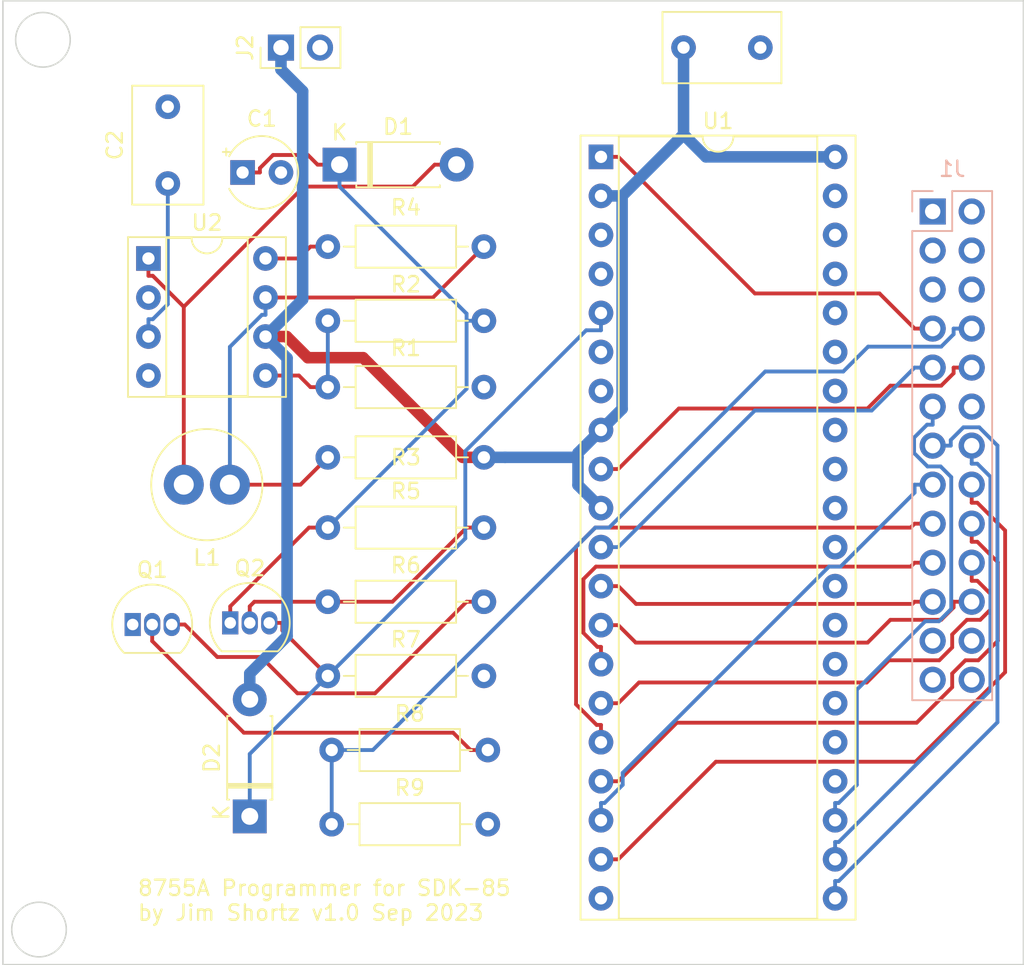
<source format=kicad_pcb>
(kicad_pcb (version 20221018) (generator pcbnew)
  (title_block (title "SDK-85 8755A EPROM Programmer") (date "2023-09-16") (company "Jim Shortz"))
  (layers (0 "F.Cu" signal) (31 "B.Cu" signal) (34 "B.Paste" user) (35 "F.Paste" user) (36 "B.SilkS" user "B.Silkscreen") (37 "F.SilkS" user "F.Silkscreen") (38 "B.Mask" user) (39 "F.Mask" user) (44 "Edge.Cuts" user))
  (net 0 "")
  (net 1 "/+25V")
  (net 2 "GND")
  (net 3 "Net-(U2-TC)")
  (net 4 "VCC")
  (net 5 "Net-(D1-A)")
  (net 6 "VDD")
  (net 13 "PROG")
  (net 14 "VDD_EN")
  (net 15 "ALE")
  (net 16 "~{RD}")
  (net 17 "A10")
  (net 19 "A8")
  (net 20 "A9")
  (net 21 "/AD6")
  (net 22 "/AD7")
  (net 23 "/AD4")
  (net 24 "/AD5")
  (net 25 "/AD2")
  (net 26 "/AD3")
  (net 27 "/AD0")
  (net 28 "/AD1")
  (net 31 "Net-(U2-Ipk)")
  (net 32 "Net-(Q1-B)")
  (net 33 "Net-(Q1-C)")
  (net 34 "Net-(Q2-G)")
  (net 35 "Net-(U2-Vfb)")
  (net 36 "Net-(U2-DC)")
  (footprint "Package_TO_SOT_THT:TO-92_Inline" (layer "F.Cu") (at 143.256 81.386)
    (fp_text reference "Q2" (at 1.27 -3.56) (layer "F.SilkS"))
    (fp_text value "BS250")
    (fp_line (start -0.53 1.85) (end 3.07 1.85) (stroke (width 0.12)) (layer "F.SilkS"))
    (fp_arc (start -0.568478 1.838478) (mid -1.132087 -0.994977) (end 1.27 -2.6) (stroke (width 0.12)) (layer "F.SilkS"))
    (fp_arc (start 1.27 -2.6) (mid 3.672087 -0.994977) (end 3.108478 1.838478) (stroke (width 0.12)) (layer "F.SilkS"))
    (pad "1" thru_hole rect (at 0 0) (size 1.05 1.5) (drill 0.75) (layers "*.Cu" "*.Mask") (net 1 "/+25V"))
    (pad "2" thru_hole oval (at 1.27 0) (size 1.05 1.5) (drill 0.75) (layers "*.Cu" "*.Mask") (net 34 "Net-(Q2-G)"))
    (pad "3" thru_hole oval (at 2.54 0) (size 1.05 1.5) (drill 0.75) (layers "*.Cu" "*.Mask") (net 6 "VDD"))
  )
  (footprint "Resistor_THT:R_Axial_DIN0207_L6.3mm_D2.5mm_P10.16mm_Horizontal" (layer "F.Cu") (at 149.606 61.722)
    (fp_text reference "R2" (at 5.08 -2.37) (layer "F.SilkS"))
    (fp_text value "82K")
    (fp_line (start 1.04 0) (end 1.81 0) (stroke (width 0.12)) (layer "F.SilkS"))
    (fp_line (start 1.81 -1.37) (end 1.81 1.37) (stroke (width 0.12)) (layer "F.SilkS"))
    (fp_line (start 1.81 1.37) (end 8.35 1.37) (stroke (width 0.12)) (layer "F.SilkS"))
    (fp_line (start 8.35 -1.37) (end 1.81 -1.37) (stroke (width 0.12)) (layer "F.SilkS"))
    (fp_line (start 8.35 1.37) (end 8.35 -1.37) (stroke (width 0.12)) (layer "F.SilkS"))
    (fp_line (start 9.12 0) (end 8.35 0) (stroke (width 0.12)) (layer "F.SilkS"))
    (pad "1" thru_hole circle (at 0 0) (size 1.6 1.6) (drill 0.8) (layers "*.Cu" "*.Mask") (net 35 "Net-(U2-Vfb)"))
    (pad "2" thru_hole oval (at 10.16 0) (size 1.6 1.6) (drill 0.8) (layers "*.Cu" "*.Mask") (net 1 "/+25V"))
  )
  (footprint "Resistor_THT:R_Axial_DIN0207_L6.3mm_D2.5mm_P10.16mm_Horizontal" (layer "F.Cu") (at 149.86 94.488)
    (fp_text reference "R9" (at 5.08 -2.37) (layer "F.SilkS"))
    (fp_text value "10K")
    (fp_line (start 1.04 0) (end 1.81 0) (stroke (width 0.12)) (layer "F.SilkS"))
    (fp_line (start 1.81 -1.37) (end 1.81 1.37) (stroke (width 0.12)) (layer "F.SilkS"))
    (fp_line (start 1.81 1.37) (end 8.35 1.37) (stroke (width 0.12)) (layer "F.SilkS"))
    (fp_line (start 8.35 -1.37) (end 1.81 -1.37) (stroke (width 0.12)) (layer "F.SilkS"))
    (fp_line (start 8.35 1.37) (end 8.35 -1.37) (stroke (width 0.12)) (layer "F.SilkS"))
    (fp_line (start 9.12 0) (end 8.35 0) (stroke (width 0.12)) (layer "F.SilkS"))
    (pad "1" thru_hole circle (at 0 0) (size 1.6 1.6) (drill 0.8) (layers "*.Cu" "*.Mask") (net 14 "VDD_EN"))
    (pad "2" thru_hole oval (at 10.16 0) (size 1.6 1.6) (drill 0.8) (layers "*.Cu" "*.Mask") (net 2 "GND"))
  )
  (footprint "Resistor_THT:R_Axial_DIN0207_L6.3mm_D2.5mm_P10.16mm_Horizontal" (layer "F.Cu") (at 149.606 84.836)
    (fp_text reference "R7" (at 5.08 -2.37) (layer "F.SilkS"))
    (fp_text value "6.8K")
    (fp_line (start 1.04 0) (end 1.81 0) (stroke (width 0.12)) (layer "F.SilkS"))
    (fp_line (start 1.81 -1.37) (end 1.81 1.37) (stroke (width 0.12)) (layer "F.SilkS"))
    (fp_line (start 1.81 1.37) (end 8.35 1.37) (stroke (width 0.12)) (layer "F.SilkS"))
    (fp_line (start 8.35 -1.37) (end 1.81 -1.37) (stroke (width 0.12)) (layer "F.SilkS"))
    (fp_line (start 8.35 1.37) (end 8.35 -1.37) (stroke (width 0.12)) (layer "F.SilkS"))
    (fp_line (start 9.12 0) (end 8.35 0) (stroke (width 0.12)) (layer "F.SilkS"))
    (pad "1" thru_hole circle (at 0 0) (size 1.6 1.6) (drill 0.8) (layers "*.Cu" "*.Mask") (net 6 "VDD"))
    (pad "2" thru_hole oval (at 10.16 0) (size 1.6 1.6) (drill 0.8) (layers "*.Cu" "*.Mask") (net 2 "GND"))
  )
  (footprint "Capacitor_THT:C_Disc_D7.5mm_W4.4mm_P5.00mm" (layer "F.Cu") (at 172.76 43.942)
    (fp_text reference "C3" hide)
    (fp_text value "0.1uF")
    (fp_line (start -1.37 -2.321) (end -1.37 2.321) (stroke (width 0.12)) (layer "F.SilkS"))
    (fp_line (start -1.37 -2.321) (end 6.37 -2.321) (stroke (width 0.12)) (layer "F.SilkS"))
    (fp_line (start -1.37 2.321) (end 6.37 2.321) (stroke (width 0.12)) (layer "F.SilkS"))
    (fp_line (start 6.37 -2.321) (end 6.37 2.321) (stroke (width 0.12)) (layer "F.SilkS"))
    (pad "1" thru_hole circle (at 0 0) (size 1.6 1.6) (drill 0.8) (layers "*.Cu" "*.Mask") (net 4 "VCC"))
    (pad "2" thru_hole circle (at 5 0) (size 1.6 1.6) (drill 0.8) (layers "*.Cu" "*.Mask") (net 2 "GND"))
  )
  (footprint "Resistor_THT:R_Axial_DIN0207_L6.3mm_D2.5mm_P10.16mm_Horizontal" (layer "F.Cu") (at 159.766 56.896 180)
    (fp_text reference "R4" (at 5.08 2.54) (layer "F.SilkS"))
    (fp_text value "180")
    (fp_line (start 1.04 0) (end 1.81 0) (stroke (width 0.12)) (layer "F.SilkS"))
    (fp_line (start 1.81 -1.37) (end 1.81 1.37) (stroke (width 0.12)) (layer "F.SilkS"))
    (fp_line (start 1.81 1.37) (end 8.35 1.37) (stroke (width 0.12)) (layer "F.SilkS"))
    (fp_line (start 8.35 -1.37) (end 1.81 -1.37) (stroke (width 0.12)) (layer "F.SilkS"))
    (fp_line (start 8.35 1.37) (end 8.35 -1.37) (stroke (width 0.12)) (layer "F.SilkS"))
    (fp_line (start 9.12 0) (end 8.35 0) (stroke (width 0.12)) (layer "F.SilkS"))
    (pad "1" thru_hole circle (at 0 0 180) (size 1.6 1.6) (drill 0.8) (layers "*.Cu" "*.Mask") (net 31 "Net-(U2-Ipk)"))
    (pad "2" thru_hole oval (at 10.16 0 180) (size 1.6 1.6) (drill 0.8) (layers "*.Cu" "*.Mask") (net 36 "Net-(U2-DC)"))
  )
  (footprint "Package_DIP:DIP-40_W15.24mm_Socket" (layer "F.Cu") (at 167.386 51.054)
    (fp_text reference "U1" (at 7.62 -2.33) (layer "F.SilkS"))
    (fp_text value "8755A")
    (fp_line (start -1.33 -1.39) (end -1.33 49.65) (stroke (width 0.12)) (layer "F.SilkS"))
    (fp_line (start -1.33 49.65) (end 16.57 49.65) (stroke (width 0.12)) (layer "F.SilkS"))
    (fp_line (start 1.16 -1.33) (end 1.16 49.59) (stroke (width 0.12)) (layer "F.SilkS"))
    (fp_line (start 1.16 49.59) (end 14.08 49.59) (stroke (width 0.12)) (layer "F.SilkS"))
    (fp_line (start 6.62 -1.33) (end 1.16 -1.33) (stroke (width 0.12)) (layer "F.SilkS"))
    (fp_line (start 14.08 -1.33) (end 8.62 -1.33) (stroke (width 0.12)) (layer "F.SilkS"))
    (fp_line (start 14.08 49.59) (end 14.08 -1.33) (stroke (width 0.12)) (layer "F.SilkS"))
    (fp_line (start 16.57 -1.39) (end -1.33 -1.39) (stroke (width 0.12)) (layer "F.SilkS"))
    (fp_line (start 16.57 49.65) (end 16.57 -1.39) (stroke (width 0.12)) (layer "F.SilkS"))
    (fp_arc (start 8.62 -1.33) (mid 7.62 -0.33) (end 6.62 -1.33) (stroke (width 0.12)) (layer "F.SilkS"))
    (pad "1" thru_hole rect (at 0 0) (size 1.6 1.6) (drill 0.8) (layers "*.Cu" "*.Mask") (net 13 "PROG"))
    (pad "2" thru_hole oval (at 0 2.54) (size 1.6 1.6) (drill 0.8) (layers "*.Cu" "*.Mask") (net 4 "VCC"))
    (pad "3" thru_hole oval (at 0 5.08) (size 1.6 1.6) (drill 0.8) (layers "*.Cu" "*.Mask") (net 2 "GND"))
    (pad "4" thru_hole oval (at 0 7.62) (size 1.6 1.6) (drill 0.8) (layers "*.Cu" "*.Mask") (net 2 "GND"))
    (pad "5" thru_hole oval (at 0 10.16) (size 1.6 1.6) (drill 0.8) (layers "*.Cu" "*.Mask") (net 6 "VDD"))
    (pad "6" thru_hole oval (at 0 12.7) (size 1.6 1.6) (drill 0.8) (layers "*.Cu" "*.Mask"))
    (pad "7" thru_hole oval (at 0 15.24) (size 1.6 1.6) (drill 0.8) (layers "*.Cu" "*.Mask") (net 2 "GND"))
    (pad "8" thru_hole oval (at 0 17.78) (size 1.6 1.6) (drill 0.8) (layers "*.Cu" "*.Mask") (net 4 "VCC"))
    (pad "9" thru_hole oval (at 0 20.32) (size 1.6 1.6) (drill 0.8) (layers "*.Cu" "*.Mask") (net 16 "~{RD}"))
    (pad "10" thru_hole oval (at 0 22.86) (size 1.6 1.6) (drill 0.8) (layers "*.Cu" "*.Mask") (net 4 "VCC"))
    (pad "11" thru_hole oval (at 0 25.4) (size 1.6 1.6) (drill 0.8) (layers "*.Cu" "*.Mask") (net 15 "ALE"))
    (pad "12" thru_hole oval (at 0 27.94) (size 1.6 1.6) (drill 0.8) (layers "*.Cu" "*.Mask") (net 27 "/AD0"))
    (pad "13" thru_hole oval (at 0 30.48) (size 1.6 1.6) (drill 0.8) (layers "*.Cu" "*.Mask") (net 28 "/AD1"))
    (pad "14" thru_hole oval (at 0 33.02) (size 1.6 1.6) (drill 0.8) (layers "*.Cu" "*.Mask") (net 25 "/AD2"))
    (pad "15" thru_hole oval (at 0 35.56) (size 1.6 1.6) (drill 0.8) (layers "*.Cu" "*.Mask") (net 26 "/AD3"))
    (pad "16" thru_hole oval (at 0 38.1) (size 1.6 1.6) (drill 0.8) (layers "*.Cu" "*.Mask") (net 23 "/AD4"))
    (pad "17" thru_hole oval (at 0 40.64) (size 1.6 1.6) (drill 0.8) (layers "*.Cu" "*.Mask") (net 24 "/AD5"))
    (pad "18" thru_hole oval (at 0 43.18) (size 1.6 1.6) (drill 0.8) (layers "*.Cu" "*.Mask") (net 21 "/AD6"))
    (pad "19" thru_hole oval (at 0 45.72) (size 1.6 1.6) (drill 0.8) (layers "*.Cu" "*.Mask") (net 22 "/AD7"))
    (pad "20" thru_hole oval (at 0 48.26) (size 1.6 1.6) (drill 0.8) (layers "*.Cu" "*.Mask") (net 2 "GND"))
    (pad "21" thru_hole oval (at 15.24 48.26) (size 1.6 1.6) (drill 0.8) (layers "*.Cu" "*.Mask") (net 19 "A8"))
    (pad "22" thru_hole oval (at 15.24 45.72) (size 1.6 1.6) (drill 0.8) (layers "*.Cu" "*.Mask") (net 20 "A9"))
    (pad "23" thru_hole oval (at 15.24 43.18) (size 1.6 1.6) (drill 0.8) (layers "*.Cu" "*.Mask") (net 17 "A10"))
    (pad "24" thru_hole oval (at 15.24 40.64) (size 1.6 1.6) (drill 0.8) (layers "*.Cu" "*.Mask"))
    (pad "25" thru_hole oval (at 15.24 38.1) (size 1.6 1.6) (drill 0.8) (layers "*.Cu" "*.Mask"))
    (pad "26" thru_hole oval (at 15.24 35.56) (size 1.6 1.6) (drill 0.8) (layers "*.Cu" "*.Mask"))
    (pad "27" thru_hole oval (at 15.24 33.02) (size 1.6 1.6) (drill 0.8) (layers "*.Cu" "*.Mask"))
    (pad "28" thru_hole oval (at 15.24 30.48) (size 1.6 1.6) (drill 0.8) (layers "*.Cu" "*.Mask"))
    (pad "29" thru_hole oval (at 15.24 27.94) (size 1.6 1.6) (drill 0.8) (layers "*.Cu" "*.Mask"))
    (pad "30" thru_hole oval (at 15.24 25.4) (size 1.6 1.6) (drill 0.8) (layers "*.Cu" "*.Mask"))
    (pad "31" thru_hole oval (at 15.24 22.86) (size 1.6 1.6) (drill 0.8) (layers "*.Cu" "*.Mask"))
    (pad "32" thru_hole oval (at 15.24 20.32) (size 1.6 1.6) (drill 0.8) (layers "*.Cu" "*.Mask"))
    (pad "33" thru_hole oval (at 15.24 17.78) (size 1.6 1.6) (drill 0.8) (layers "*.Cu" "*.Mask"))
    (pad "34" thru_hole oval (at 15.24 15.24) (size 1.6 1.6) (drill 0.8) (layers "*.Cu" "*.Mask"))
    (pad "35" thru_hole oval (at 15.24 12.7) (size 1.6 1.6) (drill 0.8) (layers "*.Cu" "*.Mask"))
    (pad "36" thru_hole oval (at 15.24 10.16) (size 1.6 1.6) (drill 0.8) (layers "*.Cu" "*.Mask"))
    (pad "37" thru_hole oval (at 15.24 7.62) (size 1.6 1.6) (drill 0.8) (layers "*.Cu" "*.Mask"))
    (pad "38" thru_hole oval (at 15.24 5.08) (size 1.6 1.6) (drill 0.8) (layers "*.Cu" "*.Mask"))
    (pad "39" thru_hole oval (at 15.24 2.54) (size 1.6 1.6) (drill 0.8) (layers "*.Cu" "*.Mask"))
    (pad "40" thru_hole oval (at 15.24 0) (size 1.6 1.6) (drill 0.8) (layers "*.Cu" "*.Mask") (net 4 "VCC"))
  )
  (footprint "Resistor_THT:R_Axial_DIN0207_L6.3mm_D2.5mm_P10.16mm_Horizontal" (layer "F.Cu") (at 149.86 89.662)
    (fp_text reference "R8" (at 5.08 -2.37) (layer "F.SilkS"))
    (fp_text value "10K")
    (fp_line (start 1.04 0) (end 1.81 0) (stroke (width 0.12)) (layer "F.SilkS"))
    (fp_line (start 1.81 -1.37) (end 1.81 1.37) (stroke (width 0.12)) (layer "F.SilkS"))
    (fp_line (start 1.81 1.37) (end 8.35 1.37) (stroke (width 0.12)) (layer "F.SilkS"))
    (fp_line (start 8.35 -1.37) (end 1.81 -1.37) (stroke (width 0.12)) (layer "F.SilkS"))
    (fp_line (start 8.35 1.37) (end 8.35 -1.37) (stroke (width 0.12)) (layer "F.SilkS"))
    (fp_line (start 9.12 0) (end 8.35 0) (stroke (width 0.12)) (layer "F.SilkS"))
    (pad "1" thru_hole circle (at 0 0) (size 1.6 1.6) (drill 0.8) (layers "*.Cu" "*.Mask") (net 14 "VDD_EN"))
    (pad "2" thru_hole oval (at 10.16 0) (size 1.6 1.6) (drill 0.8) (layers "*.Cu" "*.Mask") (net 32 "Net-(Q1-B)"))
  )
  (footprint "Resistor_THT:R_Axial_DIN0207_L6.3mm_D2.5mm_P10.16mm_Horizontal" (layer "F.Cu") (at 149.606 75.184)
    (fp_text reference "R5" (at 5.08 -2.37) (layer "F.SilkS"))
    (fp_text value "10K")
    (fp_line (start 1.04 0) (end 1.81 0) (stroke (width 0.12)) (layer "F.SilkS"))
    (fp_line (start 1.81 -1.37) (end 1.81 1.37) (stroke (width 0.12)) (layer "F.SilkS"))
    (fp_line (start 1.81 1.37) (end 8.35 1.37) (stroke (width 0.12)) (layer "F.SilkS"))
    (fp_line (start 8.35 -1.37) (end 1.81 -1.37) (stroke (width 0.12)) (layer "F.SilkS"))
    (fp_line (start 8.35 1.37) (end 8.35 -1.37) (stroke (width 0.12)) (layer "F.SilkS"))
    (fp_line (start 9.12 0) (end 8.35 0) (stroke (width 0.12)) (layer "F.SilkS"))
    (pad "1" thru_hole circle (at 0 0) (size 1.6 1.6) (drill 0.8) (layers "*.Cu" "*.Mask") (net 1 "/+25V"))
    (pad "2" thru_hole oval (at 10.16 0) (size 1.6 1.6) (drill 0.8) (layers "*.Cu" "*.Mask") (net 34 "Net-(Q2-G)"))
  )
  (footprint "Package_DIP:DIP-8_W7.62mm_Socket" (layer "F.Cu") (at 137.932 57.668)
    (fp_text reference "U2" (at 3.81 -2.33) (layer "F.SilkS"))
    (fp_text value "MC33063AP")
    (fp_line (start -1.33 -1.39) (end -1.33 9.01) (stroke (width 0.12)) (layer "F.SilkS"))
    (fp_line (start -1.33 9.01) (end 8.95 9.01) (stroke (width 0.12)) (layer "F.SilkS"))
    (fp_line (start 1.16 -1.33) (end 1.16 8.95) (stroke (width 0.12)) (layer "F.SilkS"))
    (fp_line (start 1.16 8.95) (end 6.46 8.95) (stroke (width 0.12)) (layer "F.SilkS"))
    (fp_line (start 2.81 -1.33) (end 1.16 -1.33) (stroke (width 0.12)) (layer "F.SilkS"))
    (fp_line (start 6.46 -1.33) (end 4.81 -1.33) (stroke (width 0.12)) (layer "F.SilkS"))
    (fp_line (start 6.46 8.95) (end 6.46 -1.33) (stroke (width 0.12)) (layer "F.SilkS"))
    (fp_line (start 8.95 -1.39) (end -1.33 -1.39) (stroke (width 0.12)) (layer "F.SilkS"))
    (fp_line (start 8.95 9.01) (end 8.95 -1.39) (stroke (width 0.12)) (layer "F.SilkS"))
    (fp_arc (start 4.81 -1.33) (mid 3.81 -0.33) (end 2.81 -1.33) (stroke (width 0.12)) (layer "F.SilkS"))
    (pad "1" thru_hole rect (at 0 0) (size 1.6 1.6) (drill 0.8) (layers "*.Cu" "*.Mask") (net 5 "Net-(D1-A)"))
    (pad "2" thru_hole oval (at 0 2.54) (size 1.6 1.6) (drill 0.8) (layers "*.Cu" "*.Mask") (net 2 "GND"))
    (pad "3" thru_hole oval (at 0 5.08) (size 1.6 1.6) (drill 0.8) (layers "*.Cu" "*.Mask") (net 3 "Net-(U2-TC)"))
    (pad "4" thru_hole oval (at 0 7.62) (size 1.6 1.6) (drill 0.8) (layers "*.Cu" "*.Mask") (net 2 "GND"))
    (pad "5" thru_hole oval (at 7.62 7.62) (size 1.6 1.6) (drill 0.8) (layers "*.Cu" "*.Mask") (net 35 "Net-(U2-Vfb)"))
    (pad "6" thru_hole oval (at 7.62 5.08) (size 1.6 1.6) (drill 0.8) (layers "*.Cu" "*.Mask") (net 4 "VCC"))
    (pad "7" thru_hole oval (at 7.62 2.54) (size 1.6 1.6) (drill 0.8) (layers "*.Cu" "*.Mask") (net 31 "Net-(U2-Ipk)"))
    (pad "8" thru_hole oval (at 7.62 0) (size 1.6 1.6) (drill 0.8) (layers "*.Cu" "*.Mask") (net 36 "Net-(U2-DC)"))
  )
  (footprint "Resistor_THT:R_Axial_DIN0207_L6.3mm_D2.5mm_P10.16mm_Horizontal" (layer "F.Cu") (at 159.766 66.04 180)
    (fp_text reference "R1" (at 5.08 2.54) (layer "F.SilkS"))
    (fp_text value "4.3K")
    (fp_line (start 1.04 0) (end 1.81 0) (stroke (width 0.12)) (layer "F.SilkS"))
    (fp_line (start 1.81 -1.37) (end 1.81 1.37) (stroke (width 0.12)) (layer "F.SilkS"))
    (fp_line (start 1.81 1.37) (end 8.35 1.37) (stroke (width 0.12)) (layer "F.SilkS"))
    (fp_line (start 8.35 -1.37) (end 1.81 -1.37) (stroke (width 0.12)) (layer "F.SilkS"))
    (fp_line (start 8.35 1.37) (end 8.35 -1.37) (stroke (width 0.12)) (layer "F.SilkS"))
    (fp_line (start 9.12 0) (end 8.35 0) (stroke (width 0.12)) (layer "F.SilkS"))
    (pad "1" thru_hole circle (at 0 0 180) (size 1.6 1.6) (drill 0.8) (layers "*.Cu" "*.Mask") (net 2 "GND"))
    (pad "2" thru_hole oval (at 10.16 0 180) (size 1.6 1.6) (drill 0.8) (layers "*.Cu" "*.Mask") (net 35 "Net-(U2-Vfb)"))
  )
  (footprint "Package_TO_SOT_THT:TO-92_Inline" (layer "F.Cu") (at 136.906 81.492)
    (fp_text reference "Q1" (at 1.27 -3.56) (layer "F.SilkS"))
    (fp_text value "2N3904")
    (fp_line (start -0.53 1.85) (end 3.07 1.85) (stroke (width 0.12)) (layer "F.SilkS"))
    (fp_arc (start -0.568478 1.838478) (mid -1.132087 -0.994977) (end 1.27 -2.6) (stroke (width 0.12)) (layer "F.SilkS"))
    (fp_arc (start 1.27 -2.6) (mid 3.672087 -0.994977) (end 3.108478 1.838478) (stroke (width 0.12)) (layer "F.SilkS"))
    (pad "1" thru_hole rect (at 0 0) (size 1.05 1.5) (drill 0.75) (layers "*.Cu" "*.Mask") (net 2 "GND"))
    (pad "2" thru_hole oval (at 1.27 0) (size 1.05 1.5) (drill 0.75) (layers "*.Cu" "*.Mask") (net 32 "Net-(Q1-B)"))
    (pad "3" thru_hole oval (at 2.54 0) (size 1.05 1.5) (drill 0.75) (layers "*.Cu" "*.Mask") (net 33 "Net-(Q1-C)"))
  )
  (footprint "Resistor_THT:R_Axial_DIN0207_L6.3mm_D2.5mm_P10.16mm_Horizontal" (layer "F.Cu") (at 149.606 80.01)
    (fp_text reference "R6" (at 5.08 -2.37) (layer "F.SilkS"))
    (fp_text value "6.8K")
    (fp_line (start 1.04 0) (end 1.81 0) (stroke (width 0.12)) (layer "F.SilkS"))
    (fp_line (start 1.81 -1.37) (end 1.81 1.37) (stroke (width 0.12)) (layer "F.SilkS"))
    (fp_line (start 1.81 1.37) (end 8.35 1.37) (stroke (width 0.12)) (layer "F.SilkS"))
    (fp_line (start 8.35 -1.37) (end 1.81 -1.37) (stroke (width 0.12)) (layer "F.SilkS"))
    (fp_line (start 8.35 1.37) (end 8.35 -1.37) (stroke (width 0.12)) (layer "F.SilkS"))
    (fp_line (start 9.12 0) (end 8.35 0) (stroke (width 0.12)) (layer "F.SilkS"))
    (pad "1" thru_hole circle (at 0 0) (size 1.6 1.6) (drill 0.8) (layers "*.Cu" "*.Mask") (net 34 "Net-(Q2-G)"))
    (pad "2" thru_hole oval (at 10.16 0) (size 1.6 1.6) (drill 0.8) (layers "*.Cu" "*.Mask") (net 33 "Net-(Q1-C)"))
  )
  (footprint "Diode_THT:D_DO-41_SOD81_P7.62mm_Horizontal" (layer "F.Cu") (at 144.526 93.98 90)
    (fp_text reference "D2" (at 3.81 -2.47 90) (layer "F.SilkS"))
    (fp_text value "1N4148")
    (fp_text user "K" (at 0.254 -1.846 90) (layer "F.SilkS"))
    (fp_line (start 1.09 -1.47) (end 6.53 -1.47) (stroke (width 0.12)) (layer "F.SilkS"))
    (fp_line (start 1.09 -1.34) (end 1.09 -1.47) (stroke (width 0.12)) (layer "F.SilkS"))
    (fp_line (start 1.09 1.34) (end 1.09 1.47) (stroke (width 0.12)) (layer "F.SilkS"))
    (fp_line (start 1.09 1.47) (end 6.53 1.47) (stroke (width 0.12)) (layer "F.SilkS"))
    (fp_line (start 1.87 -1.47) (end 1.87 1.47) (stroke (width 0.12)) (layer "F.SilkS"))
    (fp_line (start 1.99 -1.47) (end 1.99 1.47) (stroke (width 0.12)) (layer "F.SilkS"))
    (fp_line (start 2.11 -1.47) (end 2.11 1.47) (stroke (width 0.12)) (layer "F.SilkS"))
    (fp_line (start 6.53 -1.47) (end 6.53 -1.34) (stroke (width 0.12)) (layer "F.SilkS"))
    (fp_line (start 6.53 1.47) (end 6.53 1.34) (stroke (width 0.12)) (layer "F.SilkS"))
    (pad "1" thru_hole rect (at 0 0 90) (size 2.2 2.2) (drill 1.1) (layers "*.Cu" "*.Mask") (net 6 "VDD"))
    (pad "2" thru_hole oval (at 7.62 0 90) (size 2.2 2.2) (drill 1.1) (layers "*.Cu" "*.Mask") (net 4 "VCC"))
  )
  (footprint "Connector_PinHeader_2.54mm:PinHeader_1x02_P2.54mm_Vertical" (layer "F.Cu") (at 146.558 43.942 90)
    (fp_text reference "J2" (at 0 -2.33 90) (layer "F.SilkS"))
    (fp_text value "PWR")
    (fp_line (start -1.33 -1.33) (end 0 -1.33) (stroke (width 0.12)) (layer "F.SilkS"))
    (fp_line (start -1.33 0) (end -1.33 -1.33) (stroke (width 0.12)) (layer "F.SilkS"))
    (fp_line (start -1.33 1.27) (end -1.33 3.87) (stroke (width 0.12)) (layer "F.SilkS"))
    (fp_line (start -1.33 1.27) (end 1.33 1.27) (stroke (width 0.12)) (layer "F.SilkS"))
    (fp_line (start -1.33 3.87) (end 1.33 3.87) (stroke (width 0.12)) (layer "F.SilkS"))
    (fp_line (start 1.33 1.27) (end 1.33 3.87) (stroke (width 0.12)) (layer "F.SilkS"))
    (pad "1" thru_hole rect (at 0 0 90) (size 1.7 1.7) (drill 1) (layers "*.Cu" "*.Mask") (net 4 "VCC"))
    (pad "2" thru_hole oval (at 0 2.54 90) (size 1.7 1.7) (drill 1) (layers "*.Cu" "*.Mask") (net 2 "GND"))
  )
  (footprint "Inductor_THT:L_Radial_D7.0mm_P3.00mm" (layer "F.Cu") (at 143.232 72.39 180)
    (fp_text reference "L1" (at 1.5 -4.75 180) (layer "F.SilkS"))
    (fp_text value "100uH")
    (fp_circle (center 1.5 0) (end 5.12 0) (stroke (width 0.12)) (fill none) (layer "F.SilkS"))
    (pad "1" thru_hole circle (at 0 0 180) (size 2.6 2.6) (drill 1.3) (layers "*.Cu" "*.Mask") (net 31 "Net-(U2-Ipk)"))
    (pad "2" thru_hole circle (at 3 0 180) (size 2.6 2.6) (drill 1.3) (layers "*.Cu" "*.Mask") (net 5 "Net-(D1-A)"))
  )
  (footprint "Capacitor_THT:CP_Radial_Tantal_D4.5mm_P2.50mm" (layer "F.Cu") (at 144.0591 52.07)
    (fp_text reference "C1" (at 1.25 -3.5) (layer "F.SilkS"))
    (fp_text value "47uF")
    (fp_line (start -1.287288 -1.335) (end -0.837288 -1.335) (stroke (width 0.12)) (layer "F.SilkS"))
    (fp_line (start -1.062288 -1.56) (end -1.062288 -1.11) (stroke (width 0.12)) (layer "F.SilkS"))
    (fp_arc (start -0.869741 -1.06) (mid 3.62 0) (end -0.869741 1.06) (stroke (width 0.12)) (layer "F.SilkS"))
    (pad "1" thru_hole rect (at 0 0) (size 1.6 1.6) (drill 0.8) (layers "*.Cu" "*.Mask") (net 1 "/+25V"))
    (pad "2" thru_hole circle (at 2.5 0) (size 1.6 1.6) (drill 0.8) (layers "*.Cu" "*.Mask") (net 2 "GND"))
  )
  (footprint "Resistor_THT:R_Axial_DIN0207_L6.3mm_D2.5mm_P10.16mm_Horizontal" (layer "F.Cu") (at 149.606 70.612)
    (fp_text reference "R3" (at 5.08 0) (layer "F.SilkS"))
    (fp_text value "0.68")
    (fp_line (start 1.04 0) (end 1.81 0) (stroke (width 0.12)) (layer "F.SilkS"))
    (fp_line (start 1.81 -1.37) (end 1.81 1.37) (stroke (width 0.12)) (layer "F.SilkS"))
    (fp_line (start 1.81 1.37) (end 8.35 1.37) (stroke (width 0.12)) (layer "F.SilkS"))
    (fp_line (start 8.35 -1.37) (end 1.81 -1.37) (stroke (width 0.12)) (layer "F.SilkS"))
    (fp_line (start 8.35 1.37) (end 8.35 -1.37) (stroke (width 0.12)) (layer "F.SilkS"))
    (fp_line (start 9.12 0) (end 8.35 0) (stroke (width 0.12)) (layer "F.SilkS"))
    (pad "1" thru_hole circle (at 0 0) (size 1.6 1.6) (drill 0.8) (layers "*.Cu" "*.Mask") (net 31 "Net-(U2-Ipk)"))
    (pad "2" thru_hole oval (at 10.16 0) (size 1.6 1.6) (drill 0.8) (layers "*.Cu" "*.Mask") (net 4 "VCC"))
  )
  (footprint "Diode_THT:D_DO-41_SOD81_P7.62mm_Horizontal" (layer "F.Cu") (at 150.368 51.562)
    (fp_text reference "D1" (at 3.81 -2.47) (layer "F.SilkS"))
    (fp_text value "1N5819")
    (fp_text user "K" (at 0 -2.1) (layer "F.SilkS"))
    (fp_line (start 1.09 -1.47) (end 6.53 -1.47) (stroke (width 0.12)) (layer "F.SilkS"))
    (fp_line (start 1.09 -1.34) (end 1.09 -1.47) (stroke (width 0.12)) (layer "F.SilkS"))
    (fp_line (start 1.09 1.34) (end 1.09 1.47) (stroke (width 0.12)) (layer "F.SilkS"))
    (fp_line (start 1.09 1.47) (end 6.53 1.47) (stroke (width 0.12)) (layer "F.SilkS"))
    (fp_line (start 1.87 -1.47) (end 1.87 1.47) (stroke (width 0.12)) (layer "F.SilkS"))
    (fp_line (start 1.99 -1.47) (end 1.99 1.47) (stroke (width 0.12)) (layer "F.SilkS"))
    (fp_line (start 2.11 -1.47) (end 2.11 1.47) (stroke (width 0.12)) (layer "F.SilkS"))
    (fp_line (start 6.53 -1.47) (end 6.53 -1.34) (stroke (width 0.12)) (layer "F.SilkS"))
    (fp_line (start 6.53 1.47) (end 6.53 1.34) (stroke (width 0.12)) (layer "F.SilkS"))
    (pad "1" thru_hole rect (at 0 0) (size 2.2 2.2) (drill 1.1) (layers "*.Cu" "*.Mask") (net 1 "/+25V"))
    (pad "2" thru_hole oval (at 7.62 0) (size 2.2 2.2) (drill 1.1) (layers "*.Cu" "*.Mask") (net 5 "Net-(D1-A)"))
  )
  (footprint "Capacitor_THT:C_Disc_D7.5mm_W4.4mm_P5.00mm" (layer "F.Cu") (at 139.192 52.792 90)
    (fp_text reference "C2" (at 2.5 -3.45 90) (layer "F.SilkS"))
    (fp_text value "330pF")
    (fp_line (start -1.37 -2.321) (end -1.37 2.321) (stroke (width 0.12)) (layer "F.SilkS"))
    (fp_line (start -1.37 -2.321) (end 6.37 -2.321) (stroke (width 0.12)) (layer "F.SilkS"))
    (fp_line (start -1.37 2.321) (end 6.37 2.321) (stroke (width 0.12)) (layer "F.SilkS"))
    (fp_line (start 6.37 -2.321) (end 6.37 2.321) (stroke (width 0.12)) (layer "F.SilkS"))
    (pad "1" thru_hole circle (at 0 0 90) (size 1.6 1.6) (drill 0.8) (layers "*.Cu" "*.Mask") (net 3 "Net-(U2-TC)"))
    (pad "2" thru_hole circle (at 5 0 90) (size 1.6 1.6) (drill 0.8) (layers "*.Cu" "*.Mask") (net 2 "GND"))
  )
  (footprint "Connector_PinSocket_2.54mm:PinSocket_2x13_P2.54mm_Vertical" (layer "B.Cu") (at 188.976 54.61 180)
    (fp_text reference "J1" (at -1.27 2.77) (layer "B.SilkS") (effects (justify mirror)))
    (fp_text value "GPIO")
    (fp_line (start -3.87 -31.81) (end 1.33 -31.81) (stroke (width 0.12)) (layer "B.SilkS"))
    (fp_line (start -3.87 1.33) (end -3.87 -31.81) (stroke (width 0.12)) (layer "B.SilkS"))
    (fp_line (start -3.87 1.33) (end -1.27 1.33) (stroke (width 0.12)) (layer "B.SilkS"))
    (fp_line (start -1.27 -1.27) (end 1.33 -1.27) (stroke (width 0.12)) (layer "B.SilkS"))
    (fp_line (start -1.27 1.33) (end -1.27 -1.27) (stroke (width 0.12)) (layer "B.SilkS"))
    (fp_line (start 0 1.33) (end 1.33 1.33) (stroke (width 0.12)) (layer "B.SilkS"))
    (fp_line (start 1.33 -1.27) (end 1.33 -31.81) (stroke (width 0.12)) (layer "B.SilkS"))
    (fp_line (start 1.33 1.33) (end 1.33 0) (stroke (width 0.12)) (layer "B.SilkS"))
    (pad "1" thru_hole rect (at 0 0 180) (size 1.7 1.7) (drill 1) (layers "*.Cu" "*.Mask"))
    (pad "2" thru_hole oval (at -2.54 0 180) (size 1.7 1.7) (drill 1) (layers "*.Cu" "*.Mask"))
    (pad "3" thru_hole oval (at 0 -2.54 180) (size 1.7 1.7) (drill 1) (layers "*.Cu" "*.Mask"))
    (pad "4" thru_hole oval (at -2.54 -2.54 180) (size 1.7 1.7) (drill 1) (layers "*.Cu" "*.Mask"))
    (pad "5" thru_hole oval (at 0 -5.08 180) (size 1.7 1.7) (drill 1) (layers "*.Cu" "*.Mask"))
    (pad "6" thru_hole oval (at -2.54 -5.08 180) (size 1.7 1.7) (drill 1) (layers "*.Cu" "*.Mask"))
    (pad "7" thru_hole oval (at 0 -7.62 180) (size 1.7 1.7) (drill 1) (layers "*.Cu" "*.Mask") (net 13 "PROG"))
    (pad "8" thru_hole oval (at -2.54 -7.62 180) (size 1.7 1.7) (drill 1) (layers "*.Cu" "*.Mask") (net 14 "VDD_EN"))
    (pad "9" thru_hole oval (at 0 -10.16 180) (size 1.7 1.7) (drill 1) (layers "*.Cu" "*.Mask") (net 15 "ALE"))
    (pad "10" thru_hole oval (at -2.54 -10.16 180) (size 1.7 1.7) (drill 1) (layers "*.Cu" "*.Mask") (net 16 "~{RD}"))
    (pad "11" thru_hole oval (at 0 -12.7 180) (size 1.7 1.7) (drill 1) (layers "*.Cu" "*.Mask") (net 17 "A10"))
    (pad "12" thru_hole oval (at -2.54 -12.7 180) (size 1.7 1.7) (drill 1) (layers "*.Cu" "*.Mask"))
    (pad "13" thru_hole oval (at 0 -15.24 180) (size 1.7 1.7) (drill 1) (layers "*.Cu" "*.Mask") (net 19 "A8"))
    (pad "14" thru_hole oval (at -2.54 -15.24 180) (size 1.7 1.7) (drill 1) (layers "*.Cu" "*.Mask") (net 20 "A9"))
    (pad "15" thru_hole oval (at 0 -17.78 180) (size 1.7 1.7) (drill 1) (layers "*.Cu" "*.Mask") (net 21 "/AD6"))
    (pad "16" thru_hole oval (at -2.54 -17.78 180) (size 1.7 1.7) (drill 1) (layers "*.Cu" "*.Mask") (net 22 "/AD7"))
    (pad "17" thru_hole oval (at 0 -20.32 180) (size 1.7 1.7) (drill 1) (layers "*.Cu" "*.Mask") (net 23 "/AD4"))
    (pad "18" thru_hole oval (at -2.54 -20.32 180) (size 1.7 1.7) (drill 1) (layers "*.Cu" "*.Mask") (net 24 "/AD5"))
    (pad "19" thru_hole oval (at 0 -22.86 180) (size 1.7 1.7) (drill 1) (layers "*.Cu" "*.Mask") (net 25 "/AD2"))
    (pad "20" thru_hole oval (at -2.54 -22.86 180) (size 1.7 1.7) (drill 1) (layers "*.Cu" "*.Mask") (net 26 "/AD3"))
    (pad "21" thru_hole oval (at 0 -25.4 180) (size 1.7 1.7) (drill 1) (layers "*.Cu" "*.Mask") (net 27 "/AD0"))
    (pad "22" thru_hole oval (at -2.54 -25.4 180) (size 1.7 1.7) (drill 1) (layers "*.Cu" "*.Mask") (net 28 "/AD1"))
    (pad "23" thru_hole oval (at 0 -27.94 180) (size 1.7 1.7) (drill 1) (layers "*.Cu" "*.Mask"))
    (pad "24" thru_hole oval (at -2.54 -27.94 180) (size 1.7 1.7) (drill 1) (layers "*.Cu" "*.Mask"))
    (pad "25" thru_hole oval (at 0 -30.48 180) (size 1.7 1.7) (drill 1) (layers "*.Cu" "*.Mask") (net 2 "GND"))
    (pad "26" thru_hole oval (at -2.54 -30.48 180) (size 1.7 1.7) (drill 1) (layers "*.Cu" "*.Mask") (net 2 "GND"))
  )
  (gr_circle (center 130.81 101.346) (end 130.81 99.568) (stroke (width 0.1)) (fill none) (layer "Edge.Cuts"))
  (gr_rect (start 128.4605 40.894) (end 194.8815 103.632) (stroke (width 0.1)) (fill none) (layer "Edge.Cuts"))
  (gr_circle (center 131.064 43.434) (end 132.842 43.434) (stroke (width 0.1)) (fill none) (layer "Edge.Cuts"))
  (gr_text "8755A Programmer for SDK-85\nby Jim Shortz v1.0 Sep 2023" (at 137.16 100.838) (layer "F.SilkS") (effects (font (size 1 1)) (justify left bottom)))
  (segment (start 145.186 52.07) (end 145.186 51.7883) (width 0.25) (layer "F.Cu") (net 1))
  (segment (start 148.3811 75.184) (end 143.256 80.3091) (width 0.25) (layer "F.Cu") (net 1))
  (segment (start 148.3115 50.9324) (end 148.9411 51.562) (width 0.25) (layer "F.Cu") (net 1))
  (segment (start 145.186 51.7883) (end 146.0419 50.9324) (width 0.25) (layer "F.Cu") (net 1))
  (segment (start 143.256 81.386) (end 143.256 80.3091) (width 0.25) (layer "F.Cu") (net 1))
  (segment (start 150.368 51.562) (end 148.9411 51.562) (width 0.25) (layer "F.Cu") (net 1))
  (segment (start 146.0419 50.9324) (end 148.3115 50.9324) (width 0.25) (layer "F.Cu") (net 1))
  (segment (start 149.606 75.184) (end 148.3811 75.184) (width 0.25) (layer "F.Cu") (net 1))
  (segment (start 144.0591 52.07) (end 145.186 52.07) (width 0.25) (layer "F.Cu") (net 1))
  (segment (start 158.6391 61.26) (end 158.6391 61.722) (width 0.25) (layer "B.Cu") (net 1))
  (segment (start 159.766 61.722) (end 158.6391 61.722) (width 0.25) (layer "B.Cu") (net 1))
  (segment (start 149.606 75.184) (end 158.6391 66.1509) (width 0.25) (layer "B.Cu") (net 1))
  (segment (start 158.6391 66.1509) (end 158.6391 61.722) (width 0.25) (layer "B.Cu") (net 1))
  (segment (start 150.368 51.562) (end 150.368 52.9889) (width 0.25) (layer "B.Cu") (net 1))
  (segment (start 150.368 52.9889) (end 158.6391 61.26) (width 0.25) (layer "B.Cu") (net 1))
  (segment (start 137.932 61.6211) (end 138.2137 61.6211) (width 0.25) (layer "B.Cu") (net 3))
  (segment (start 137.932 62.748) (end 137.932 61.6211) (width 0.25) (layer "B.Cu") (net 3))
  (segment (start 138.2137 61.6211) (end 139.192 60.6428) (width 0.25) (layer "B.Cu") (net 3))
  (segment (start 139.192 60.6428) (end 139.192 52.792) (width 0.25) (layer "B.Cu") (net 3))
  (segment (start 146.9289 62.748) (end 148.3058 64.1249) (width 0.75) (layer "F.Cu") (net 4))
  (segment (start 151.902 64.1249) (end 158.3891 70.612) (width 0.75) (layer "F.Cu") (net 4))
  (segment (start 145.552 62.748) (end 146.9289 62.748) (width 0.75) (layer "F.Cu") (net 4))
  (segment (start 148.3058 64.1249) (end 151.902 64.1249) (width 0.75) (layer "F.Cu") (net 4))
  (segment (start 159.766 70.612) (end 158.3891 70.612) (width 0.75) (layer "F.Cu") (net 4))
  (segment (start 159.766 70.612) (end 161.1429 70.612) (width 0.75) (layer "B.Cu") (net 4))
  (segment (start 168.7629 53.594) (end 172.76 49.5969) (width 0.75) (layer "B.Cu") (net 4))
  (segment (start 165.8896 70.3304) (end 167.386 68.834) (width 0.75) (layer "B.Cu") (net 4))
  (segment (start 146.558 43.942) (end 146.558 45.3689) (width 0.75) (layer "B.Cu") (net 4))
  (segment (start 167.386 73.914) (end 165.8896 72.4176) (width 0.75) (layer "B.Cu") (net 4))
  (segment (start 147.968 46.7789) (end 147.968 60.332) (width 0.75) (layer "B.Cu") (net 4))
  (segment (start 168.7629 67.4571) (end 168.7629 53.594) (width 0.75) (layer "B.Cu") (net 4))
  (segment (start 146.9557 82.2534) (end 146.9557 64.1517) (width 0.75) (layer "B.Cu") (net 4))
  (segment (start 146.558 45.3689) (end 147.968 46.7789) (width 0.75) (layer "B.Cu") (net 4))
  (segment (start 174.2171 51.054) (end 172.76 49.5969) (width 0.75) (layer "B.Cu") (net 4))
  (segment (start 167.386 53.594) (end 168.7629 53.594) (width 0.75) (layer "B.Cu") (net 4))
  (segment (start 172.76 49.5969) (end 172.76 43.942) (width 0.75) (layer "B.Cu") (net 4))
  (segment (start 165.8896 70.612) (end 161.1429 70.612) (width 0.75) (layer "B.Cu") (net 4))
  (segment (start 144.526 86.36) (end 144.526 84.6831) (width 0.75) (layer "B.Cu") (net 4))
  (segment (start 144.526 84.6831) (end 146.9557 82.2534) (width 0.75) (layer "B.Cu") (net 4))
  (segment (start 147.968 60.332) (end 145.552 62.748) (width 0.75) (layer "B.Cu") (net 4))
  (segment (start 182.626 51.054) (end 174.2171 51.054) (width 0.75) (layer "B.Cu") (net 4))
  (segment (start 165.8896 72.4176) (end 165.8896 70.612) (width 0.75) (layer "B.Cu") (net 4))
  (segment (start 165.8896 70.612) (end 165.8896 70.3304) (width 0.75) (layer "B.Cu") (net 4))
  (segment (start 167.386 68.834) (end 168.7629 67.4571) (width 0.75) (layer "B.Cu") (net 4))
  (segment (start 146.9557 64.1517) (end 145.552 62.748) (width 0.75) (layer "B.Cu") (net 4))
  (segment (start 137.932 57.668) (end 137.932 58.7949) (width 0.25) (layer "F.Cu") (net 5))
  (segment (start 157.988 51.562) (end 156.5611 51.562) (width 0.25) (layer "F.Cu") (net 5))
  (segment (start 138.2137 58.7949) (end 137.932 58.7949) (width 0.25) (layer "F.Cu") (net 5))
  (segment (start 148.0563 52.9889) (end 140.232 60.8132) (width 0.25) (layer "F.Cu") (net 5))
  (segment (start 140.232 72.39) (end 140.232 60.8132) (width 0.25) (layer "F.Cu") (net 5))
  (segment (start 140.232 60.8132) (end 138.2137 58.7949) (width 0.25) (layer "F.Cu") (net 5))
  (segment (start 156.5611 51.562) (end 155.1342 52.9889) (width 0.25) (layer "F.Cu") (net 5))
  (segment (start 155.1342 52.9889) (end 148.0563 52.9889) (width 0.25) (layer "F.Cu") (net 5))
  (segment (start 145.796 81.386) (end 146.6479 81.386) (width 0.25) (layer "F.Cu") (net 6))
  (segment (start 146.6479 81.8779) (end 146.6479 81.386) (width 0.25) (layer "F.Cu") (net 6))
  (segment (start 149.606 84.836) (end 146.6479 81.8779) (width 0.25) (layer "F.Cu") (net 6))
  (segment (start 166.4241 62.3409) (end 167.386 62.3409) (width 0.25) (layer "B.Cu") (net 6))
  (segment (start 149.606 84.836) (end 158.5554 75.8866) (width 0.25) (layer "B.Cu") (net 6))
  (segment (start 158.5554 70.2096) (end 166.4241 62.3409) (width 0.25) (layer "B.Cu") (net 6))
  (segment (start 144.526 89.916) (end 149.606 84.836) (width 0.25) (layer "B.Cu") (net 6))
  (segment (start 144.526 93.98) (end 144.526 89.916) (width 0.25) (layer "B.Cu") (net 6))
  (segment (start 158.5554 75.8866) (end 158.5554 70.2096) (width 0.25) (layer "B.Cu") (net 6))
  (segment (start 167.386 61.214) (end 167.386 62.3409) (width 0.25) (layer "B.Cu") (net 6))
  (segment (start 187.7991 62.23) (end 185.5131 59.944) (width 0.25) (layer "F.Cu") (net 13))
  (segment (start 177.4029 59.944) (end 168.5129 51.054) (width 0.25) (layer "F.Cu") (net 13))
  (segment (start 167.386 51.054) (end 168.5129 51.054) (width 0.25) (layer "F.Cu") (net 13))
  (segment (start 185.5131 59.944) (end 177.4029 59.944) (width 0.25) (layer "F.Cu") (net 13))
  (segment (start 188.976 62.23) (end 187.7991 62.23) (width 0.25) (layer "F.Cu") (net 13))
  (segment (start 190.3391 62.23) (end 190.3391 62.5979) (width 0.25) (layer "B.Cu") (net 14))
  (segment (start 190.3391 62.5979) (end 189.5301 63.4069) (width 0.25) (layer "B.Cu") (net 14))
  (segment (start 167.0162 75.184) (end 152.5382 89.662) (width 0.25) (layer "B.Cu") (net 14))
  (segment (start 191.516 62.23) (end 190.3391 62.23) (width 0.25) (layer "B.Cu") (net 14))
  (segment (start 149.86 89.662) (end 149.86 94.488) (width 0.25) (layer "B.Cu") (net 14))
  (segment (start 183.1562 65.024) (end 178.0762 65.024) (width 0.25) (layer "B.Cu") (net 14))
  (segment (start 167.9162 75.184) (end 167.0162 75.184) (width 0.25) (layer "B.Cu") (net 14))
  (segment (start 178.0762 65.024) (end 167.9162 75.184) (width 0.25) (layer "B.Cu") (net 14))
  (segment (start 152.5382 89.662) (end 149.86 89.662) (width 0.25) (layer "B.Cu") (net 14))
  (segment (start 189.5301 63.4069) (end 184.7733 63.4069) (width 0.25) (layer "B.Cu") (net 14))
  (segment (start 184.7733 63.4069) (end 183.1562 65.024) (width 0.25) (layer "B.Cu") (net 14))
  (segment (start 188.976 64.77) (end 187.7991 64.77) (width 0.25) (layer "B.Cu") (net 15))
  (segment (start 167.386 76.454) (end 168.5129 76.454) (width 0.25) (layer "B.Cu") (net 15))
  (segment (start 185.0051 67.564) (end 187.7991 64.77) (width 0.25) (layer "B.Cu") (net 15))
  (segment (start 168.5129 76.454) (end 177.4029 67.564) (width 0.25) (layer "B.Cu") (net 15))
  (segment (start 177.4029 67.564) (end 185.0051 67.564) (width 0.25) (layer "B.Cu") (net 15))
  (segment (start 190.3391 64.77) (end 190.3391 65.1379) (width 0.25) (layer "F.Cu") (net 16))
  (segment (start 191.516 64.77) (end 190.3391 64.77) (width 0.25) (layer "F.Cu") (net 16))
  (segment (start 172.4525 67.4344) (end 168.5129 71.374) (width 0.25) (layer "F.Cu") (net 16))
  (segment (start 189.5301 65.9469) (end 186.2222 65.9469) (width 0.25) (layer "F.Cu") (net 16))
  (segment (start 190.3391 65.1379) (end 189.5301 65.9469) (width 0.25) (layer "F.Cu") (net 16))
  (segment (start 167.386 71.374) (end 168.5129 71.374) (width 0.25) (layer "F.Cu") (net 16))
  (segment (start 184.7347 67.4344) (end 172.4525 67.4344) (width 0.25) (layer "F.Cu") (net 16))
  (segment (start 186.2222 65.9469) (end 184.7347 67.4344) (width 0.25) (layer "F.Cu") (net 16))
  (segment (start 182.8595 93.1071) (end 182.626 93.1071) (width 0.25) (layer "B.Cu") (net 17))
  (segment (start 182.626 94.234) (end 182.626 93.1071) (width 0.25) (layer "B.Cu") (net 17))
  (segment (start 189.385 81.28) (end 188.4938 81.28) (width 0.25) (layer "B.Cu") (net 17))
  (segment (start 188.6396 71.2042) (end 189.4911 71.2042) (width 0.25) (layer "B.Cu") (net 17))
  (segment (start 184.0406 91.926) (end 182.8595 93.1071) (width 0.25) (layer "B.Cu") (net 17))
  (segment (start 187.7655 70.3301) (end 188.6396 71.2042) (width 0.25) (layer "B.Cu") (net 17))
  (segment (start 188.6082 68.4869) (end 187.7655 69.3296) (width 0.25) (layer "B.Cu") (net 17))
  (segment (start 187.7655 69.3296) (end 187.7655 70.3301) (width 0.25) (layer "B.Cu") (net 17))
  (segment (start 188.976 67.31) (end 188.976 68.4869) (width 0.25) (layer "B.Cu") (net 17))
  (segment (start 188.4938 81.28) (end 184.0406 85.7332) (width 0.25) (layer "B.Cu") (net 17))
  (segment (start 190.1842 71.8973) (end 190.1842 80.4808) (width 0.25) (layer "B.Cu") (net 17))
  (segment (start 190.1842 80.4808) (end 189.385 81.28) (width 0.25) (layer "B.Cu") (net 17))
  (segment (start 188.976 68.4869) (end 188.6082 68.4869) (width 0.25) (layer "B.Cu") (net 17))
  (segment (start 189.4911 71.2042) (end 190.1842 71.8973) (width 0.25) (layer "B.Cu") (net 17))
  (segment (start 184.0406 85.7332) (end 184.0406 91.926) (width 0.25) (layer "B.Cu") (net 17))
  (segment (start 190.9786 68.6565) (end 192.0038 68.6565) (width 0.25) (layer "B.Cu") (net 19))
  (segment (start 190.1529 69.4822) (end 190.9786 68.6565) (width 0.25) (layer "B.Cu") (net 19))
  (segment (start 182.626 99.314) (end 182.626 98.1871) (width 0.25) (layer "B.Cu") (net 19))
  (segment (start 188.976 69.85) (end 190.1529 69.85) (width 0.25) (layer "B.Cu") (net 19))
  (segment (start 193.1913 69.844) (end 193.1913 87.8553) (width 0.25) (layer "B.Cu") (net 19))
  (segment (start 190.1529 69.85) (end 190.1529 69.4822) (width 0.25) (layer "B.Cu") (net 19))
  (segment (start 182.8595 98.1871) (end 182.626 98.1871) (width 0.25) (layer "B.Cu") (net 19))
  (segment (start 192.0038 68.6565) (end 193.1913 69.844) (width 0.25) (layer "B.Cu") (net 19))
  (segment (start 193.1913 87.8553) (end 182.8595 98.1871) (width 0.25) (layer "B.Cu") (net 19))
  (segment (start 191.516 69.85) (end 191.516 71.0269) (width 0.25) (layer "B.Cu") (net 20))
  (segment (start 182.626 96.774) (end 182.626 95.6471) (width 0.25) (layer "B.Cu") (net 20))
  (segment (start 182.8595 95.6471) (end 182.626 95.6471) (width 0.25) (layer "B.Cu") (net 20))
  (segment (start 191.8838 71.0269) (end 192.7332 71.8763) (width 0.25) (layer "B.Cu") (net 20))
  (segment (start 191.516 71.0269) (end 191.8838 71.0269) (width 0.25) (layer "B.Cu") (net 20))
  (segment (start 192.7332 85.7734) (end 182.8595 95.6471) (width 0.25) (layer "B.Cu") (net 20))
  (segment (start 192.7332 71.8763) (end 192.7332 85.7734) (width 0.25) (layer "B.Cu") (net 20))
  (segment (start 168.8006 91.1475) (end 168.8006 91.926) (width 0.25) (layer "B.Cu") (net 21))
  (segment (start 187.7991 72.9049) (end 182.98 77.724) (width 0.25) (layer "B.Cu") (net 21))
  (segment (start 188.976 72.39) (end 187.7991 72.39) (width 0.25) (layer "B.Cu") (net 21))
  (segment (start 167.386 94.234) (end 167.386 93.1071) (width 0.25) (layer "B.Cu") (net 21))
  (segment (start 182.98 77.724) (end 182.2241 77.724) (width 0.25) (layer "B.Cu") (net 21))
  (segment (start 187.7991 72.39) (end 187.7991 72.9049) (width 0.25) (layer "B.Cu") (net 21))
  (segment (start 182.2241 77.724) (end 168.8006 91.1475) (width 0.25) (layer "B.Cu") (net 21))
  (segment (start 168.8006 91.926) (end 167.6195 93.1071) (width 0.25) (layer "B.Cu") (net 21))
  (segment (start 167.6195 93.1071) (end 167.386 93.1071) (width 0.25) (layer "B.Cu") (net 21))
  (segment (start 167.386 96.774) (end 168.5129 96.774) (width 0.25) (layer "F.Cu") (net 22))
  (segment (start 174.8629 90.424) (end 187.8625 90.424) (width 0.25) (layer "F.Cu") (net 22))
  (segment (start 187.8625 90.424) (end 193.6908 84.5957) (width 0.25) (layer "F.Cu") (net 22))
  (segment (start 191.516 72.39) (end 191.516 73.5669) (width 0.25) (layer "F.Cu") (net 22))
  (segment (start 191.8838 73.5669) (end 191.516 73.5669) (width 0.25) (layer "F.Cu") (net 22))
  (segment (start 168.5129 96.774) (end 174.8629 90.424) (width 0.25) (layer "F.Cu") (net 22))
  (segment (start 193.6908 75.3739) (end 191.8838 73.5669) (width 0.25) (layer "F.Cu") (net 22))
  (segment (start 193.6908 84.5957) (end 193.6908 75.3739) (width 0.25) (layer "F.Cu") (net 22))
  (segment (start 187.5451 75.184) (end 187.7991 74.93) (width 0.25) (layer "F.Cu") (net 23))
  (segment (start 165.7645 86.6873) (end 165.7645 76.4319) (width 0.25) (layer "F.Cu") (net 23))
  (segment (start 167.386 89.154) (end 167.386 88.0271) (width 0.25) (layer "F.Cu") (net 23))
  (segment (start 165.7645 76.4319) (end 167.0124 75.184) (width 0.25) (layer "F.Cu") (net 23))
  (segment (start 167.1043 88.0271) (end 165.7645 86.6873) (width 0.25) (layer "F.Cu") (net 23))
  (segment (start 167.0124 75.184) (end 187.5451 75.184) (width 0.25) (layer "F.Cu") (net 23))
  (segment (start 188.976 74.93) (end 187.7991 74.93) (width 0.25) (layer "F.Cu") (net 23))
  (segment (start 167.386 88.0271) (end 167.1043 88.0271) (width 0.25) (layer "F.Cu") (net 23))
  (segment (start 190.246 84.681) (end 190.246 85.5722) (width 0.25) (layer "F.Cu") (net 24))
  (segment (start 193.2182 82.5501) (end 191.9485 83.8198) (width 0.25) (layer "F.Cu") (net 24))
  (segment (start 191.8838 76.1069) (end 193.2182 77.4413) (width 0.25) (layer "F.Cu") (net 24))
  (segment (start 187.9342 87.884) (end 172.3229 87.884) (width 0.25) (layer "F.Cu") (net 24))
  (segment (start 193.2182 77.4413) (end 193.2182 82.5501) (width 0.25) (layer "F.Cu") (net 24))
  (segment (start 167.386 91.694) (end 168.5129 91.694) (width 0.25) (layer "F.Cu") (net 24))
  (segment (start 191.1072 83.8198) (end 190.246 84.681) (width 0.25) (layer "F.Cu") (net 24))
  (segment (start 190.246 85.5722) (end 187.9342 87.884) (width 0.25) (layer "F.Cu") (net 24))
  (segment (start 191.516 74.93) (end 191.516 76.1069) (width 0.25) (layer "F.Cu") (net 24))
  (segment (start 191.516 76.1069) (end 191.8838 76.1069) (width 0.25) (layer "F.Cu") (net 24))
  (segment (start 172.3229 87.884) (end 168.5129 91.694) (width 0.25) (layer "F.Cu") (net 24))
  (segment (start 191.9485 83.8198) (end 191.1072 83.8198) (width 0.25) (layer "F.Cu") (net 24))
  (segment (start 166.2426 82.0372) (end 167.1525 82.9471) (width 0.25) (layer "F.Cu") (net 25))
  (segment (start 187.5451 77.724) (end 167.0564 77.724) (width 0.25) (layer "F.Cu") (net 25))
  (segment (start 167.1525 82.9471) (end 167.386 82.9471) (width 0.25) (layer "F.Cu") (net 25))
  (segment (start 167.386 84.074) (end 167.386 82.9471) (width 0.25) (layer "F.Cu") (net 25))
  (segment (start 166.2426 78.5378) (end 166.2426 82.0372) (width 0.25) (layer "F.Cu") (net 25))
  (segment (start 188.976 77.47) (end 187.7991 77.47) (width 0.25) (layer "F.Cu") (net 25))
  (segment (start 167.0564 77.724) (end 166.2426 78.5378) (width 0.25) (layer "F.Cu") (net 25))
  (segment (start 187.7991 77.47) (end 187.5451 77.724) (width 0.25) (layer "F.Cu") (net 25))
  (segment (start 191.2001 81.1869) (end 190.246 82.141) (width 0.25) (layer "F.Cu") (net 26))
  (segment (start 167.386 86.614) (end 168.5129 86.614) (width 0.25) (layer "F.Cu") (net 26))
  (segment (start 190.246 82.9809) (end 189.4069 83.82) (width 0.25) (layer "F.Cu") (net 26))
  (segment (start 190.246 82.141) (end 190.246 82.9809) (width 0.25) (layer "F.Cu") (net 26))
  (segment (start 169.8626 85.2643) (end 168.5129 86.614) (width 0.25) (layer "F.Cu") (net 26))
  (segment (start 192.0703 81.1869) (end 191.2001 81.1869) (width 0.25) (layer "F.Cu") (net 26))
  (segment (start 191.516 78.6469) (end 191.8838 78.6469) (width 0.25) (layer "F.Cu") (net 26))
  (segment (start 192.7456 80.5116) (end 192.0703 81.1869) (width 0.25) (layer "F.Cu") (net 26))
  (segment (start 186.1291 83.82) (end 184.6848 85.2643) (width 0.25) (layer "F.Cu") (net 26))
  (segment (start 189.4069 83.82) (end 186.1291 83.82) (width 0.25) (layer "F.Cu") (net 26))
  (segment (start 191.516 77.47) (end 191.516 78.6469) (width 0.25) (layer "F.Cu") (net 26))
  (segment (start 191.8838 78.6469) (end 192.7456 79.5087) (width 0.25) (layer "F.Cu") (net 26))
  (segment (start 184.6848 85.2643) (end 169.8626 85.2643) (width 0.25) (layer "F.Cu") (net 26))
  (segment (start 192.7456 79.5087) (end 192.7456 80.5116) (width 0.25) (layer "F.Cu") (net 26))
  (segment (start 188.976 80.01) (end 187.7991 80.01) (width 0.25) (layer "F.Cu") (net 27))
  (segment (start 187.6577 80.1514) (end 169.6703 80.1514) (width 0.25) (layer "F.Cu") (net 27))
  (segment (start 169.6703 80.1514) (end 168.5129 78.994) (width 0.25) (layer "F.Cu") (net 27))
  (segment (start 187.7991 80.01) (end 187.6577 80.1514) (width 0.25) (layer "F.Cu") (net 27))
  (segment (start 167.386 78.994) (end 168.5129 78.994) (width 0.25) (layer "F.Cu") (net 27))
  (segment (start 189.5301 81.1869) (end 186.2222 81.1869) (width 0.25) (layer "F.Cu") (net 28))
  (segment (start 167.386 81.534) (end 168.5129 81.534) (width 0.25) (layer "F.Cu") (net 28))
  (segment (start 184.7395 82.6696) (end 169.6485 82.6696) (width 0.25) (layer "F.Cu") (net 28))
  (segment (start 190.3391 80.01) (end 190.3391 80.3779) (width 0.25) (layer "F.Cu") (net 28))
  (segment (start 186.2222 81.1869) (end 184.7395 82.6696) (width 0.25) (layer "F.Cu") (net 28))
  (segment (start 191.516 80.01) (end 190.3391 80.01) (width 0.25) (layer "F.Cu") (net 28))
  (segment (start 169.6485 82.6696) (end 168.5129 81.534) (width 0.25) (layer "F.Cu") (net 28))
  (segment (start 190.3391 80.3779) (end 189.5301 81.1869) (width 0.25) (layer "F.Cu") (net 28))
  (segment (start 147.828 72.39) (end 149.606 70.612) (width 0.25) (layer "F.Cu") (net 31))
  (segment (start 156.454 60.208) (end 159.766 56.896) (width 0.25) (layer "F.Cu") (net 31))
  (segment (start 143.232 72.39) (end 147.828 72.39) (width 0.25) (layer "F.Cu") (net 31))
  (segment (start 145.552 60.208) (end 156.454 60.208) (width 0.25) (layer "F.Cu") (net 31))
  (segment (start 143.232 72.39) (end 143.232 63.4214) (width 0.25) (layer "B.Cu") (net 31))
  (segment (start 145.552 60.208) (end 145.552 61.3349) (width 0.25) (layer "B.Cu") (net 31))
  (segment (start 145.3185 61.3349) (end 145.552 61.3349) (width 0.25) (layer "B.Cu") (net 31))
  (segment (start 143.232 63.4214) (end 145.3185 61.3349) (width 0.25) (layer "B.Cu") (net 31))
  (segment (start 144.1422 88.5351) (end 138.176 82.5689) (width 0.25) (layer "F.Cu") (net 32))
  (segment (start 138.176 81.492) (end 138.176 82.5689) (width 0.25) (layer "F.Cu") (net 32))
  (segment (start 158.8931 89.662) (end 157.7662 88.5351) (width 0.25) (layer "F.Cu") (net 32))
  (segment (start 157.7662 88.5351) (end 144.1422 88.5351) (width 0.25) (layer "F.Cu") (net 32))
  (segment (start 160.02 89.662) (end 158.8931 89.662) (width 0.25) (layer "F.Cu") (net 32))
  (segment (start 145.2653 83.6049) (end 142.4108 83.6049) (width 0.25) (layer "F.Cu") (net 33))
  (segment (start 158.6391 80.01) (end 152.6808 85.9683) (width 0.25) (layer "F.Cu") (net 33))
  (segment (start 147.6287 85.9683) (end 145.2653 83.6049) (width 0.25) (layer "F.Cu") (net 33))
  (segment (start 139.446 81.492) (end 140.2979 81.492) (width 0.25) (layer "F.Cu") (net 33))
  (segment (start 152.6808 85.9683) (end 147.6287 85.9683) (width 0.25) (layer "F.Cu") (net 33))
  (segment (start 159.766 80.01) (end 158.6391 80.01) (width 0.25) (layer "F.Cu") (net 33))
  (segment (start 142.4108 83.6049) (end 140.2979 81.492) (width 0.25) (layer "F.Cu") (net 33))
  (segment (start 144.8251 80.01) (end 144.526 80.3091) (width 0.25) (layer "F.Cu") (net 34))
  (segment (start 144.526 81.386) (end 144.526 80.3091) (width 0.25) (layer "F.Cu") (net 34))
  (segment (start 159.766 75.184) (end 158.6391 75.184) (width 0.25) (layer "F.Cu") (net 34))
  (segment (start 158.6391 75.184) (end 153.8131 80.01) (width 0.25) (layer "F.Cu") (net 34))
  (segment (start 153.8131 80.01) (end 149.606 80.01) (width 0.25) (layer "F.Cu") (net 34))
  (segment (start 149.606 80.01) (end 144.8251 80.01) (width 0.25) (layer "F.Cu") (net 34))
  (segment (start 147.7271 65.288) (end 148.4791 66.04) (width 0.25) (layer "F.Cu") (net 35))
  (segment (start 149.606 66.04) (end 148.4791 66.04) (width 0.25) (layer "F.Cu") (net 35))
  (segment (start 145.552 65.288) (end 147.7271 65.288) (width 0.25) (layer "F.Cu") (net 35))
  (segment (start 149.606 66.04) (end 149.606 61.722) (width 0.25) (layer "B.Cu") (net 35))
  (segment (start 147.7071 57.668) (end 148.4791 56.896) (width 0.25) (layer "F.Cu") (net 36))
  (segment (start 145.552 57.668) (end 147.7071 57.668) (width 0.25) (layer "F.Cu") (net 36))
  (segment (start 149.606 56.896) (end 148.4791 56.896) (width 0.25) (layer "F.Cu") (net 36))
)
</source>
